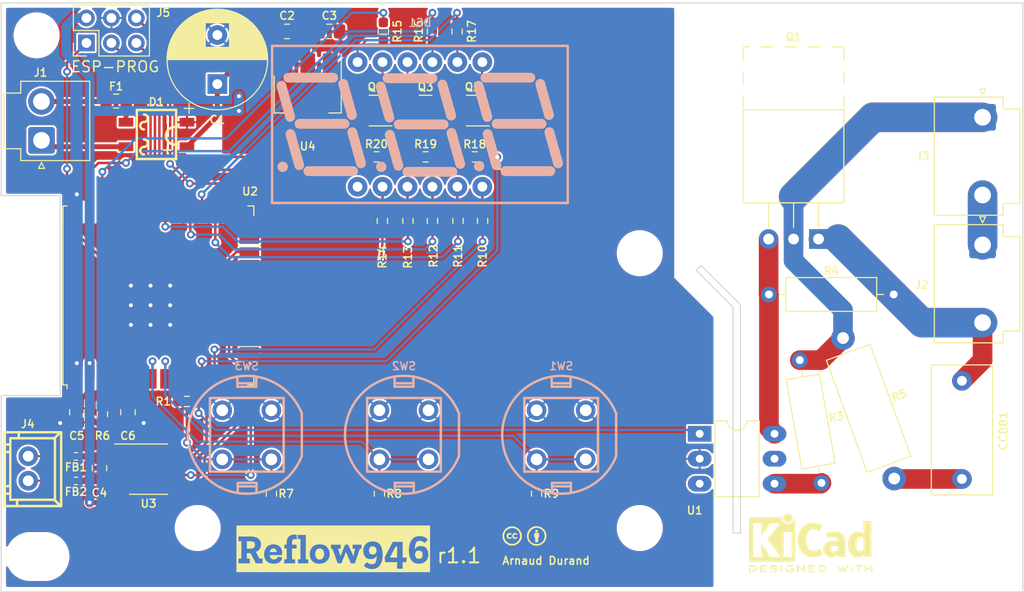
<source format=kicad_pcb>
(kicad_pcb (version 20211014) (generator pcbnew)
  (layers (0 "F.Cu" signal) (31 "B.Cu" signal) (34 "B.Paste" user) (35 "F.Paste" user) (36 "B.SilkS" user "B.Silkscreen") (37 "F.SilkS" user "F.Silkscreen") (38 "B.Mask" user) (39 "F.Mask" user) (44 "Edge.Cuts" user))
  (net 0 "")
  (net 1 "Net-(C1-Pad1)")
  (net 2 "Net-(C4-Pad1)")
  (net 3 "Net-(C4-Pad2)")
  (net 4 "/ENABLE")
  (net 5 "Net-(CCBB1-Pad1)")
  (net 6 "Net-(CCBB1-Pad2)")
  (net 7 "Net-(D1-Pad2)")
  (net 8 "Net-(DS1-Pad1)")
  (net 9 "Net-(DS1-Pad2)")
  (net 12 "Net-(DS1-Pad3)")
  (net 13 "Net-(DS1-Pad4)")
  (net 14 "GND")
  (net 15 "Net-(DS1-Pad5)")
  (net 16 "+3.3V")
  (net 17 "Net-(DS1-Pad7)")
  (net 18 "Net-(DS1-Pad8)")
  (net 19 "Net-(DS1-Pad9)")
  (net 20 "Net-(D1-Pad1)")
  (net 21 "Net-(FB1-Pad2)")
  (net 22 "Net-(DS1-Pad10)")
  (net 23 "Net-(DS1-Pad11)")
  (net 24 "Net-(DS1-Pad12)")
  (net 25 "Net-(R1-Pad2)")
  (net 26 "Net-(F1-Pad1)")
  (net 28 "Net-(J3-Pad1)")
  (net 29 "/TX")
  (net 30 "/RX")
  (net 31 "/IO0")
  (net 35 "Net-(Q2-Pad1)")
  (net 36 "Net-(Q3-Pad1)")
  (net 37 "Net-(Q4-Pad1)")
  (net 38 "/firingpulse")
  (net 39 "/d2")
  (net 40 "/button3")
  (net 41 "/button2")
  (net 42 "/button1")
  (net 43 "/e")
  (net 50 "/d")
  (net 52 "/dp")
  (net 54 "/c")
  (net 55 "/g")
  (net 56 "/b")
  (net 57 "/f")
  (net 58 "/a")
  (net 60 "/d3")
  (net 61 "/d1")
  (net 62 "/MISO")
  (net 63 "/CLK")
  (net 64 "/CS")
  (net 65 "Net-(FB2-Pad2)")
  (net 66 "Net-(J2-Pad1)")
  (net 67 "Net-(Q1-Pad3)")
  (net 68 "Net-(R3-Pad1)")
  (footprint "kibuzzard-632CED8E" (layer "F.Cu") (at 133.8 125.61488)
    (fp_text reference "kibuzzard-632CED8E" hide)
    (fp_text value "G***" hide)
  )
  (footprint "Connector_PinHeader_2.54mm:PinHeader_2x03_P2.54mm_Vertical" (layer "F.Cu") (at 108.675 74.075 90)
    (fp_text reference "J5")
    (fp_text value "HDR-M-2.54_2x3" hide)
  )
  (footprint "reflow946:MB-F" (layer "F.Cu") (at 115.8 83.4)
    (fp_text reference "D1")
    (fp_text value "MB6F" hide)
  )
  (footprint "RF_Module:ESP32-WROOM-32U" (layer "F.Cu") (at 116 99.8 90)
    (fp_text reference "U2")
    (fp_text value "ESP32-WROOM-32U" hide)
  )
  (footprint "reflow946:MountingHole_4.5x6mm" (layer "F.Cu") (at 103.7 126.4)
    (fp_text reference "REF**" hide)
    (fp_text value "MountingHole_4.5x6mm" hide)
  )
  (footprint "Resistor_SMD:R_0603_1608Metric_Pad0.98x0.95mm_HandSolder" (layer "F.Cu") (at 143.9 92.2 90)
    (fp_text reference "R12")
    (fp_text value "220R" hide)
  )
  (footprint "Capacitor_SMD:C_0805_2012Metric_Pad1.18x1.45mm_HandSolder" (layer "F.Cu") (at 112.9 111.7 90)
    (fp_text reference "C6")
    (fp_text value "0.01u" hide)
  )
  (footprint "Capacitor_SMD:C_0805_2012Metric_Pad1.18x1.45mm_HandSolder" (layer "F.Cu") (at 133.4 72.9)
    (fp_text reference "C3")
    (fp_text value "10u" hide)
  )
  (footprint "Resistor_SMD:R_0603_1608Metric_Pad0.98x0.95mm_HandSolder" (layer "F.Cu") (at 154.5 120 -90)
    (fp_text reference "R9")
    (fp_text value "10k" hide)
  )
  (footprint "Capacitor_SMD:C_0805_2012Metric_Pad1.18x1.45mm_HandSolder" (layer "F.Cu") (at 107.7 111.7 90)
    (fp_text reference "C5")
    (fp_text value "10u" hide)
  )
  (footprint "reflow946:MountingHole_4.2mm" (layer "F.Cu") (at 165 95.5)
    (fp_text reference "REF**" hide)
    (fp_text value "MountingHole_4.2mm" hide)
  )
  (footprint "Resistor_SMD:R_0402_1005Metric_Pad0.72x0.64mm_HandSolder" (layer "F.Cu") (at 107.6 118.7 180)
    (fp_text reference "FB2")
    (fp_text value "FerriteBead" hide)
  )
  (footprint "Resistor_SMD:R_0402_1005Metric_Pad0.72x0.64mm_HandSolder" (layer "F.Cu") (at 107.6 116.2 180)
    (fp_text reference "FB1")
    (fp_text value "FerriteBead" hide)
  )
  (footprint "Resistor_SMD:R_0603_1608Metric_Pad0.98x0.95mm_HandSolder" (layer "F.Cu") (at 118.9 110.6)
    (fp_text reference "R1")
    (fp_text value "220R" hide)
  )
  (footprint "Resistor_SMD:R_0603_1608Metric_Pad0.98x0.95mm_HandSolder" (layer "F.Cu") (at 146.4 72.9 -90)
    (fp_text reference "R17")
    (fp_text value "220R" hide)
  )
  (footprint "Symbol:KiCad-Logo2_5mm_SilkScreen" (layer "F.Cu") (at 182.4 125)
    (fp_text reference "REF**" hide)
    (fp_text value "KiCad-Logo2_5mm_SilkScreen" hide)
  )
  (footprint "reflow946:CONN-TH_XH-2A" (layer "F.Cu") (at 102.75 117.43 -90)
    (fp_text reference "J4")
    (fp_text value "XH-A2" hide)
  )
  (footprint "Resistor_SMD:R_0603_1608Metric_Pad0.98x0.95mm_HandSolder" (layer "F.Cu") (at 143.9 72.9 -90)
    (fp_text reference "R16")
    (fp_text value "220R" hide)
  )
  (footprint "Capacitor_THT:CP_Radial_D10.0mm_P5.00mm" (layer "F.Cu") (at 122 78.267677 90)
    (fp_text reference "C1")
    (fp_text value "1000u" hide)
  )
  (footprint "Resistor_SMD:R_0603_1608Metric_Pad0.98x0.95mm_HandSolder" (layer "F.Cu") (at 141.4 92.2 90)
    (fp_text reference "R13")
    (fp_text value "220R" hide)
  )
  (footprint "Connector_JST:JST_VH_B2P3-VH_1x02_P7.92mm_Vertical" (layer "F.Cu") (at 199.9 94.65 -90)
    (fp_text reference "J2")
    (fp_text value "VH-3A2" hide)
  )
  (footprint "Package_TO_SOT_SMD:SOT-223-3_TabPin2" (layer "F.Cu") (at 131.2 79.3 -90)
    (fp_text reference "U4")
    (fp_text value "AMS1117-3.3" hide)
  )
  (footprint "Connector_JST:JST_VH_B2P3-VH_1x02_P7.92mm_Vertical" (layer "F.Cu") (at 199.9 81.65 -90)
    (fp_text reference "J3")
    (fp_text value "VH-3A2" hide)
  )
  (footprint "Resistor_THT:R_Axial_DIN0414_L11.9mm_D4.5mm_P15.24mm_Horizontal" (layer "F.Cu") (at 190.906194 118.460458 110)
    (fp_text reference "R5")
    (fp_text value "100R" hide)
  )
  (footprint "Capacitor_SMD:C_0805_2012Metric_Pad1.18x1.45mm_HandSolder" (layer "F.Cu") (at 129.1 72.9 180)
    (fp_text reference "C2")
    (fp_text value "10u" hide)
  )
  (footprint "Capacitor_SMD:C_0805_2012Metric_Pad1.18x1.45mm_HandSolder" (layer "F.Cu") (at 110 117.4 90)
    (fp_text reference "C4")
    (fp_text value "0.01u" hide)
  )
  (footprint "Package_TO_SOT_SMD:SOT-23" (layer "F.Cu") (at 143.2 80.968344 180)
    (fp_text reference "Q3")
    (fp_text value "MMBT3906" hide)
  )
  (footprint "reflow946:MountingHole_4.2mm" (layer "F.Cu") (at 120 123.5)
    (fp_text reference "REF**" hide)
    (fp_text value "MountingHole_4.2mm" hide)
  )
  (footprint "Resistor_SMD:R_0603_1608Metric_Pad0.98x0.95mm_HandSolder" (layer "F.Cu") (at 148.2 85.683858 180)
    (fp_text reference "R18")
    (fp_text value "1k" hide)
  )
  (footprint "Package_DIP:DIP-6_W7.62mm_LongPads" (layer "F.Cu") (at 171.1 113.9)
    (fp_text reference "U1")
    (fp_text value "MOC3041M" hide)
  )
  (footprint "Resistor_THT:R_Axial_DIN0309_L9.0mm_D3.2mm_P12.70mm_Horizontal" (layer "F.Cu") (at 178.15 99.7)
    (fp_text reference "R4")
    (fp_text value "330R" hide)
  )
  (footprint "Resistor_SMD:R_0603_1608Metric_Pad0.98x0.95mm_HandSolder" (layer "F.Cu") (at 143.2 85.683858)
    (fp_text reference "R19")
    (fp_text value "1k" hide)
  )
  (footprint "Resistor_SMD:R_0603_1608Metric_Pad0.98x0.95mm_HandSolder" (layer "F.Cu") (at 138.9 72.9 -90)
    (fp_text reference "R15")
    (fp_text value "220R" hide)
  )
  (footprint "Package_TO_SOT_SMD:SOT-23" (layer "F.Cu") (at 138.1 80.968344 180)
    (fp_text reference "Q4")
    (fp_text value "MMBT3906" hide)
  )
  (footprint "reflow946:MountingHole_4.2mm" (layer "F.Cu") (at 194.6 73.3)
    (fp_text reference "REF**" hide)
    (fp_text value "MountingHole_4.2mm" hide)
  )
  (footprint "Resistor_SMD:R_0603_1608Metric_Pad0.98x0.95mm_HandSolder" (layer "F.Cu") (at 138.8 92.2 90)
    (fp_text reference "R14")
    (fp_text value "220R" hide)
  )
  (footprint "Connector_JST:JST_VH_B2P-VH_1x02_P3.96mm_Vertical" (layer "F.Cu") (at 104.1 84 90)
    (fp_text reference "J1")
    (fp_text value "VH-2A" hide)
  )
  (footprint "reflow946:MountingHole_4.5x6mm" (layer "F.Cu") (at 194.6 126.4)
    (fp_text reference "REF**" hide)
    (fp_text value "MountingHole_4.5x6mm" hide)
  )
  (footprint "Resistor_THT:R_Axial_DIN0309_L9.0mm_D3.2mm_P12.70mm_Horizontal" (layer "F.Cu") (at 183.5 118.9 100)
    (fp_text reference "R3")
    (fp_text value "30R" hide)
  )
  (footprint "Package_TO_SOT_SMD:SOT-23" (layer "F.Cu") (at 148 80.968344 180)
    (fp_text reference "Q2")
    (fp_text value "MMBT3906" hide)
  )
  (footprint "reflow946:MountingHole_4.2mm" (layer "F.Cu") (at 165 123.5)
    (fp_text reference "REF**" hide)
    (fp_text value "MountingHole_4.2mm" hide)
  )
  (footprint "Fuse:Fuse_0805_2012Metric_Pad1.15x1.40mm_HandSolder" (layer "F.Cu") (at 111.7 80)
    (fp_text reference "F1")
    (fp_text value "SMD0805-020-16V" hide)
  )
  (footprint "Resistor_SMD:R_0603_1608Metric_Pad0.98x0.95mm_HandSolder" (layer "F.Cu") (at 127.5 120 -90)
    (fp_text reference "R7")
    (fp_text value "10k" hide)
  )
  (footprint "Resistor_SMD:R_0603_1608Metric_Pad0.98x0.95mm_HandSolder" (layer "F.Cu") (at 138.2 85.683858)
    (fp_text reference "R20")
    (fp_text value "1k" hide)
  )
  (footprint "Package_TO_SOT_THT:TO-220-3_Horizontal_TabUp" (layer "F.Cu") (at 183.2 94.055 180)
    (fp_text reference "Q1")
    (fp_text value "BTA16-600BRG" hide)
  )
  (footprint "Package_SO:SOIC-8_3.9x4.9mm_P1.27mm" (layer "F.Cu") (at 115 117.5)
    (fp_text reference "U3")
    (fp_text value "MAX31855KASA" hide)
  )
  (footprint "Resistor_SMD:R_0603_1608Metric_Pad0.98x0.95mm_HandSolder" (layer "F.Cu") (at 146.5 92.2 90)
    (fp_text reference "R11")
    (fp_text value "220R" hide)
  )
  (footprint "Resistor_SMD:R_0603_1608Metric_Pad0.98x0.95mm_HandSolder" (layer "F.Cu") (at 138.5 120 -90)
    (fp_text reference "R8")
    (fp_text value "10k" hide)
  )
  (footprint "Resistor_SMD:R_0603_1608Metric_Pad0.98x0.95mm_HandSolder" (layer "F.Cu") (at 149 92.2 90)
    (fp_text reference "R10")
    (fp_text value "220R" hide)
  )
  (footprint "reflow946:MountingHole_4.2mm" (layer "F.Cu") (at 103.6 73.3)
    (fp_text reference "REF**" hide)
    (fp_text value "MountingHole_4.2mm" hide)
  )
  (footprint "Resistor_SMD:R_0603_1608Metric_Pad0.98x0.95mm_HandSolder" (layer "F.Cu") (at 110.3 111.9 -90)
    (fp_text reference "R6")
    (fp_text value "10k" hide)
  )
  (footprint "Capacitor_THT:C_Rect_L13.0mm_W6.0mm_P10.00mm_FKS3_FKP3_MKS4" (layer "F.Cu") (at 197.8 118.5 90)
    (fp_text reference "CCBB1")
    (fp_text value "100n" hide)
  )
  (footprint "reflow946:FJ4301BH" (layer "B.Cu") (at 142.625 82.37513 180)
    (fp_text reference "DS1")
    (fp_text value "FJ4301BH" hide)
  )
  (footprint "reflow946:SW-TH_D6C10F1LFS" (layer "B.Cu") (at 125 114 180)
    (fp_text reference "SW3")
    (fp_text value "SW_Push" hide)
  )
  (footprint "reflow946:SW-TH_D6C10F1LFS" (layer "B.Cu") (at 141 114 180)
    (fp_text reference "SW2")
    (fp_text value "SW_Push" hide)
  )
  (footprint "reflow946:SW-TH_D6C10F1LFS" (layer "B.Cu") (at 157 114 180)
    (fp_text reference "SW1")
    (fp_text value "SW_Push" hide)
  )
  (gr_poly (pts (xy 151.7124 124.00432) (xy 151.6616 124.01093) (xy 151.61283 124.02566) (xy 151.56863 124.04801) (xy 151.53155 124.07747) (xy 151.50158 124.11253) (xy 151.4777 124.15215) (xy 151.46094 124.19533) (xy 151.45027 124.24054) (xy 151.44621 124.28728) (xy 151.44875 124.33452) (xy 151.45687 124.38126) (xy 151.4711 124.42647) (xy 151.49142 124.46914) (xy 151.51733 124.50775) (xy 151.54933 124.54179) (xy 151.58641 124.57023) (xy 151.62959 124.59157) (xy 151.67735 124.60529) (xy 151.74593 124.60935) (xy 151.81349 124.59868) (xy 151.87496 124.57633) (xy 151.92576 124.54636) (xy 151.96132 124.51232) (xy 151.97656 124.47778) (xy 151.96691 124.44527) (xy 151.92779 124.41987) (xy 151.90493 124.41631) (xy 151.87902 124.42037) (xy 151.85362 124.43104) (xy 151.79419 124.47676) (xy 151.7571 124.48895) (xy 151.72307 124.48641) (xy 151.69259 124.47016) (xy 151.66719 124.4412) (xy 151.6489 124.40056) (xy 151.63874 124.34976) (xy 151.63874 124.28982) (xy 151.66211 124.20701) (xy 151.70884 124.15672) (xy 151.76828 124.14453) (xy 151.82873 124.17806) (xy 151.84651 124.19025) (xy 151.86785 124.19431) (xy 151.89172 124.19076) (xy 151.91915 124.17958) (xy 151.95116 124.15621) (xy 151.96691 124.13234) (xy 151.96741 124.10745) (xy 151.95471 124.08357) (xy 151.93135 124.06071) (xy 151.89833 124.0409) (xy 151.85819 124.02413) (xy 151.81247 124.01194) (xy 151.76371 124.00483)) (layer "F.SilkS") (width 0) (fill solid))
  (gr_poly (pts (xy 154.4937 123.30684) (xy 154.43883 123.30785) (xy 154.38397 123.31192) (xy 154.32911 123.31903) (xy 154.27526 123.33021) (xy 154.21989 123.34494) (xy 154.16604 123.36272) (xy 154.11422 123.38253) (xy 154.06444 123.40539) (xy 154.01618 123.43079) (xy 153.97046 123.45822) (xy 153.92626 123.48819) (xy 153.84447 123.55423) (xy 153.77081 123.62789) (xy 153.73729 123.66752) (xy 153.67683 123.75083) (xy 153.64991 123.79452) (xy 153.60317 123.88596) (xy 153.56558 123.98146) (xy 153.53815 124.08001) (xy 153.52748 124.13031) (xy 153.51986 124.1806) (xy 153.51224 124.28321) (xy 153.51349 124.35992) (xy 153.6875 124.35992) (xy 153.69004 124.27559) (xy 153.7002 124.19127) (xy 153.70833 124.1491) (xy 153.73119 124.06681) (xy 153.76218 123.98603) (xy 153.80129 123.90831) (xy 153.84905 123.83414) (xy 153.90442 123.76455) (xy 153.96843 123.70003) (xy 154.04107 123.6411) (xy 154.08019 123.61418) (xy 154.12133 123.58929) (xy 154.16502 123.56592) (xy 154.21074 123.54458) (xy 154.30777 123.50851) (xy 154.35959 123.49378) (xy 154.46931 123.47143) (xy 154.52265 123.47753) (xy 154.6334 123.49429) (xy 154.735 123.51664) (xy 154.78275 123.53087) (xy 154.82847 123.54763) (xy 154.91331 123.58776) (xy 154.99001 123.63551) (xy 155.05809 123.68987) (xy 155.11854 123.75083) (xy 155.14597 123.78334) (xy 155.19372 123.85192) (xy 155.21506 123.88799) (xy 155.25113 123.96317) (xy 155.27957 124.04141) (xy 155.29989 124.12218) (xy 155.30751 124.16282) (xy 155.31615 124.24562) (xy 155.31717 124.32893) (xy 155.31056 124.41225) (xy 155.29634 124.49454) (xy 155.275 124.57481) (xy 155.24554 124.65253) (xy 155.20896 124.72721) (xy 155.16527 124.79782) (xy 155.14089 124.83135) (xy 155.08603 124.89434) (xy 155.05605 124.9238) (xy 154.99052 124.97765) (xy 154.91788 125.02439) (xy 154.83812 125.0635) (xy 154.79545 125.07976) (xy 154.70553 125.10516) (xy 154.65778 125.11481) (xy 154.60851 125.12141) (xy 154.55771 125.12548) (xy 154.50487 125.127) (xy 154.44849 125.12548) (xy 154.39413 125.12141) (xy 154.29151 125.10516) (xy 154.19703 125.07874) (xy 154.15283 125.06249) (xy 154.11067 125.04369) (xy 154.03193 125) (xy 153.99586 124.97562) (xy 153.92931 124.92075) (xy 153.89883 124.89129) (xy 153.84447 124.82728) (xy 153.79825 124.75769) (xy 153.75964 124.68403) (xy 153.72967 124.60681) (xy 153.70731 124.52655) (xy 153.69919 124.4854) (xy 153.68953 124.40209) (xy 153.6875 124.35992) (xy 153.51349 124.35992) (xy 153.51986 124.43765) (xy 153.52799 124.48895) (xy 153.53866 124.53975) (xy 153.55187 124.59005) (xy 153.56812 124.64034) (xy 153.58692 124.68961) (xy 153.60876 124.73838) (xy 153.63365 124.78613) (xy 153.66109 124.83287) (xy 153.69157 124.87859) (xy 153.72509 124.92279) (xy 153.76167 124.96597) (xy 153.80129 125.00813) (xy 153.84143 125.04623) (xy 153.92423 125.11481) (xy 153.96639 125.14478) (xy 154.05275 125.1966) (xy 154.14064 125.23775) (xy 154.18534 125.25502) (xy 154.27526 125.28143) (xy 154.36568 125.2982) (xy 154.4556 125.30582) (xy 154.54551 125.3048) (xy 154.63441 125.29566) (xy 154.72179 125.27788) (xy 154.80713 125.25299) (xy 154.88994 125.22047) (xy 154.96919 125.18085) (xy 155.04539 125.13462) (xy 155.11752 125.0823) (xy 155.18509 125.02439) (xy 155.24757 124.96089) (xy 155.30447 124.8918) (xy 155.35527 124.81865) (xy 155.39946 124.74092) (xy 155.43655 124.65913) (xy 155.46601 124.57328) (xy 155.4782 124.52959) (xy 155.48785 124.48489) (xy 155.50055 124.39294) (xy 155.5036 124.34621) (xy 155.50208 124.2507) (xy 155.49141 124.15367) (xy 155.46957 124.05461) (xy 155.43756 123.95454) (xy 155.41724 123.90425) (xy 155.39387 123.85345) (xy 155.36797 123.80569) (xy 155.33952 123.75896) (xy 155.30802 123.71476) (xy 155.27399 123.67209) (xy 155.23741 123.63094) (xy 155.19829 123.59233) (xy 155.15715 123.55576) (xy 155.06875 123.48921) (xy 155.02202 123.45975) (xy 154.97325 123.43231) (xy 154.92347 123.40742) (xy 154.87216 123.38507) (xy 154.82034 123.36526) (xy 154.767 123.34799) (xy 154.71315 123.33376) (xy 154.6588 123.32259) (xy 154.54907 123.30887)) (layer "F.SilkS") (width 0) (fill solid))
  (gr_poly (pts (xy 151.97707 123.32411) (xy 151.92271 123.32614) (xy 151.86785 123.33122) (xy 151.81197 123.33935) (xy 151.75405 123.35154) (xy 151.69767 123.3678) (xy 151.64229 123.38863) (xy 151.58794 123.41352) (xy 151.53511 123.44197) (xy 151.4838 123.47397) (xy 151.43452 123.50902) (xy 151.38677 123.54763) (xy 151.34156 123.58878) (xy 151.29838 123.63297) (xy 151.25774 123.67971) (xy 151.21964 123.72848) (xy 151.18408 123.77928) (xy 151.15157 123.8316) (xy 151.1221 123.88596) (xy 151.09569 123.94133) (xy 151.07333 123.99823) (xy 151.05403 124.05563) (xy 151.03828 124.11405) (xy 151.0266 124.17298) (xy 151.01898 124.23191) (xy 151.01581 124.31369) (xy 151.20287 124.31369) (xy 151.20338 124.26391) (xy 151.20694 124.21362) (xy 151.21405 124.16333) (xy 151.22472 124.11303) (xy 151.23894 124.06274) (xy 151.25672 124.01296) (xy 151.27857 123.96368) (xy 151.30397 123.91491) (xy 151.33394 123.86716) (xy 151.36747 123.81992) (xy 151.40353 123.77623) (xy 151.44265 123.73508) (xy 151.48431 123.69749) (xy 151.52901 123.66295) (xy 151.57524 123.63145) (xy 151.62401 123.60351) (xy 151.6743 123.57862) (xy 151.72611 123.55728) (xy 151.77945 123.5395) (xy 151.8333 123.52477) (xy 151.88817 123.5141) (xy 151.94354 123.50648) (xy 151.99942 123.50293) (xy 152.05479 123.50293) (xy 152.11016 123.50699) (xy 152.16553 123.51461) (xy 152.21938 123.52629) (xy 152.27272 123.54204) (xy 152.32505 123.56135) (xy 152.37585 123.58522) (xy 152.42614 123.61316) (xy 152.47389 123.64466) (xy 152.51809 123.67768) (xy 152.55923 123.71375) (xy 152.59733 123.75185) (xy 152.63188 123.79147) (xy 152.66337 123.83363) (xy 152.69233 123.87681) (xy 152.71722 123.92152) (xy 152.73957 123.96775) (xy 152.75888 124.01499) (xy 152.77463 124.06325) (xy 152.78783 124.11253) (xy 152.8046 124.21209) (xy 152.80917 124.31319) (xy 152.80663 124.36399) (xy 152.80155 124.41428) (xy 152.79291 124.46406) (xy 152.78174 124.51334) (xy 152.76751 124.56211) (xy 152.75075 124.60935) (xy 152.73043 124.65609) (xy 152.70757 124.70181) (xy 152.68166 124.74549) (xy 152.65271 124.78817) (xy 152.6207 124.82881) (xy 152.58616 124.86741) (xy 152.54857 124.90399) (xy 152.50843 124.93853) (xy 152.46525 124.97054) (xy 152.41903 125) (xy 152.37026 125.02642) (xy 152.31895 125.05029) (xy 152.26459 125.07112) (xy 152.20922 125.08789) (xy 152.15436 125.10059) (xy 152.1 125.10922) (xy 152.04666 125.11379) (xy 151.99383 125.11532) (xy 151.94201 125.11278) (xy 151.89071 125.10668) (xy 151.84092 125.09754) (xy 151.79215 125.08484) (xy 151.74491 125.0696) (xy 151.69868 125.05131) (xy 151.65398 125.02997) (xy 151.6108 125.00559) (xy 151.56965 124.97917) (xy 151.52952 124.95022) (xy 151.49193 124.91923) (xy 151.42131 124.85014) (xy 151.35985 124.77394) (xy 151.30701 124.69063) (xy 151.26434 124.60224) (xy 151.24707 124.55601) (xy 151.23234 124.50927) (xy 151.22015 124.46101) (xy 151.21151 124.41275) (xy 151.20541 124.36348) (xy 151.20287 124.31369) (xy 151.01581 124.31369) (xy 151.01644 124.35027) (xy 151.02203 124.40869) (xy 151.03066 124.46406) (xy 151.04184 124.51842) (xy 151.05555 124.57074) (xy 151.0901 124.67082) (xy 151.11042 124.71806) (xy 151.13328 124.76429) (xy 151.18459 124.85065) (xy 151.24351 124.93041) (xy 151.27552 124.96749) (xy 151.34461 125.03607) (xy 151.41928 125.09703) (xy 151.49904 125.14986) (xy 151.58286 125.19457) (xy 151.67074 125.23114) (xy 151.71595 125.24638) (xy 151.8079 125.26975) (xy 151.90239 125.28397) (xy 151.99789 125.28956) (xy 152.09441 125.28499) (xy 152.19093 125.27127) (xy 152.23919 125.26061) (xy 152.28695 125.2474) (xy 152.38143 125.21336) (xy 152.47389 125.16866) (xy 152.56381 125.11329) (xy 152.60749 125.08179) (xy 152.65067 125.04725) (xy 152.69233 125.01016) (xy 152.73195 124.97105) (xy 152.76853 124.93091) (xy 152.80257 124.88977) (xy 152.83355 124.84811) (xy 152.862 124.80544) (xy 152.8874 124.76226) (xy 152.91026 124.71806) (xy 152.94785 124.62865) (xy 152.97529 124.53721) (xy 152.99256 124.44476) (xy 153.00018 124.3523) (xy 152.99865 124.25985) (xy 152.99459 124.21362) (xy 152.97986 124.12269) (xy 152.95649 124.03379) (xy 152.92449 123.94692) (xy 152.9062 123.90475) (xy 152.86302 123.82297) (xy 152.81222 123.74524) (xy 152.75481 123.67158) (xy 152.69081 123.60351) (xy 152.62019 123.54153) (xy 152.54349 123.48616) (xy 152.4617 123.43739) (xy 152.37381 123.39675) (xy 152.3286 123.37948) (xy 152.28136 123.36424) (xy 152.18433 123.34087) (xy 152.13404 123.33275) (xy 152.08273 123.32716) (xy 152.03041 123.32411)) (layer "F.SilkS") (width 0) (fill solid))
  (gr_poly (pts (xy 152.29965 124.00585) (xy 152.25088 124.00788) (xy 152.20516 124.01702) (xy 152.16452 124.03328) (xy 152.1188 124.06477) (xy 152.08222 124.10541) (xy 152.05479 124.15317) (xy 152.03549 124.20651) (xy 152.02533 124.2634) (xy 152.02329 124.32182) (xy 152.0299 124.37923) (xy 152.04514 124.4346) (xy 152.06851 124.4854) (xy 152.1 124.52959) (xy 152.13963 124.56566) (xy 152.18738 124.59106) (xy 152.23259 124.60325) (xy 152.28136 124.60783) (xy 152.33165 124.60579) (xy 152.38093 124.59767) (xy 152.42817 124.58497) (xy 152.47084 124.56871) (xy 152.50691 124.5489) (xy 152.53434 124.52705) (xy 152.55161 124.50419) (xy 152.55619 124.48133) (xy 152.54653 124.45898) (xy 152.52012 124.43815) (xy 152.49116 124.42647) (xy 152.4617 124.42495) (xy 152.43122 124.43307) (xy 152.34994 124.47371) (xy 152.30676 124.47829) (xy 152.26866 124.4666) (xy 152.23716 124.44019) (xy 152.21379 124.40209) (xy 152.20059 124.35281) (xy 152.19805 124.29439) (xy 152.20821 124.22886) (xy 152.24681 124.17653) (xy 152.31336 124.14859) (xy 152.38042 124.15012) (xy 152.42106 124.18619) (xy 152.4302 124.20092) (xy 152.44646 124.20549) (xy 152.47084 124.19939) (xy 152.50539 124.18314) (xy 152.54603 124.15977) (xy 152.56076 124.14148) (xy 152.55111 124.11913) (xy 152.51758 124.08408) (xy 152.48456 124.05715) (xy 152.44392 124.03582) (xy 152.3982 124.02007) (xy 152.34943 124.00991)) (layer "F.SilkS") (width 0) (fill solid))
  (gr_poly (pts (xy 154.50487 123.98705) (xy 154.43121 123.98857) (xy 154.36517 123.99416) (xy 154.31387 124.0028) (xy 154.28593 124.0155) (xy 154.26916 124.04953) (xy 154.25849 124.10745) (xy 154.25341 124.18009) (xy 154.25443 124.25934) (xy 154.26002 124.33655) (xy 154.27069 124.40412) (xy 154.28542 124.45238) (xy 154.30472 124.47422) (xy 154.33012 124.48743) (xy 154.34435 124.52096) (xy 154.35044 124.59259) (xy 154.35197 124.95174) (xy 154.65778 124.95174) (xy 154.6588 124.59259) (xy 154.66489 124.52096) (xy 154.67912 124.48743) (xy 154.70452 124.47422) (xy 154.72382 124.45238) (xy 154.73906 124.40412) (xy 154.74922 124.33655) (xy 154.75532 124.25934) (xy 154.75583 124.18009) (xy 154.75075 124.10745) (xy 154.74059 124.04953) (xy 154.72331 124.0155) (xy 154.69537 124.0028) (xy 154.64457 123.99416) (xy 154.57853 123.98857)) (layer "F.SilkS") (width 0) (fill solid))
  (gr_poly (pts (xy 154.48913 123.6665) (xy 154.4429 123.68225) (xy 154.40175 123.71832) (xy 154.36771 123.76709) (xy 154.35451 123.80569) (xy 154.36213 123.84329) (xy 154.38905 123.88901) (xy 154.44442 123.93168) (xy 154.51453 123.93981) (xy 154.58209 123.91542) (xy 154.63086 123.86056) (xy 154.64508 123.80773) (xy 154.63797 123.75947) (xy 154.61511 123.71832) (xy 154.57955 123.68733) (xy 154.53637 123.66904)) (layer "F.SilkS") (width 0) (fill solid))
  (gr_line (start 174.50074 101.0007) (end 174.50074 124.00039) (layer "Edge.Cuts") (width 0.1))
  (gr_line (start 100 129.99987) (end 100 109.99999) (layer "Edge.Cuts") (width 0.1))
  (gr_line (start 174.50074 124.00039) (end 175.25004 124.00039) (layer "Edge.Cuts") (width 0.1))
  (gr_line (start 171.24954 96.74873) (end 170.74915 97.24912) (layer "Edge.Cuts") (width 0.1))
  (gr_line (start 100 109.99999) (end 105.99998 109.99999) (layer "Edge.Cuts") (width 0.1))
  (gr_line (start 100 89.625) (end 100 70) (layer "Edge.Cuts") (width 0.1))
  (gr_line (start 204.00029 129.99987) (end 100 129.99987) (layer "Edge.Cuts") (width 0.1))
  (gr_line (start 105.99998 109.99999) (end 105.99998 89.625) (layer "Edge.Cuts") (width 0.1))
  (gr_line (start 204.00029 70) (end 204.00029 129.99987) (layer "Edge.Cuts") (width 0.1))
  (gr_line (start 100 70) (end 204.00029 70) (layer "Edge.Cuts") (width 0.1))
  (gr_line (start 175.25004 124.00039) (end 175.25004 100.74923) (layer "Edge.Cuts") (width 0.1))
  (gr_line (start 105.99998 89.625) (end 100 89.625) (layer "Edge.Cuts") (width 0.1))
  (gr_line (start 170.74915 97.24912) (end 174.50074 101.0007) (layer "Edge.Cuts") (width 0.1))
  (gr_line (start 175.25004 100.74923) (end 171.24954 96.74873) (layer "Edge.Cuts") (width 0.1))
  (gr_text "Arnaud Durand" (at 150.92509 126.82279) (layer "F.SilkS") (effects (font (size 0.8 0.8)) (justify left)))
  (gr_text "ESP-PROG" (at 111.6 76.5) (layer "F.SilkS") (effects (font (size 1.1 1.1))))
  (gr_text "r1.1" (at 146.6 126.31618) (layer "F.SilkS") (effects (font (size 1.5 1.5) (thickness 0.2))))
  (segment (start 124.117677 76.15) (end 122 78.267677) (width 0.5) (layer "F.Cu") (net 1))
  (segment (start 122 81.55) (end 118.9 84.65) (width 0.5) (layer "F.Cu") (net 1))
  (segment (start 128.9 74.1375) (end 130.1375 72.9) (width 0.5) (layer "F.Cu") (net 1))
  (segment (start 128.9 76.15) (end 124.117677 76.15) (width 0.5) (layer "F.Cu") (net 1))
  (segment (start 122 78.267677) (end 122 81.55) (width 0.5) (layer "F.Cu") (net 1))
  (segment (start 128.9 76.15) (end 128.9 74.1375) (width 0.5) (layer "F.Cu") (net 1))
  (segment (start 112.525 118.135) (end 110.3025 118.135) (width 0.2) (layer "F.Cu") (net 2))
  (segment (start 110.3025 118.135) (end 110 118.4375) (width 0.2) (layer "F.Cu") (net 2))
  (segment (start 110 118.4375) (end 108.46 118.4375) (width 0.2) (layer "F.Cu") (net 2))
  (segment (start 108.46 118.4375) (end 108.1975 118.7) (width 0.2) (layer "F.Cu") (net 2))
  (segment (start 112.525 116.865) (end 110.5025 116.865) (width 0.2) (layer "F.Cu") (net 3))
  (segment (start 110.5025 116.865) (end 110 116.3625) (width 0.2) (layer "F.Cu") (net 3))
  (segment (start 110 116.3625) (end 108.36 116.3625) (width 0.2) (layer "F.Cu") (net 3))
  (segment (start 108.36 116.3625) (end 108.1975 116.2) (width 0.2) (layer "F.Cu") (net 3))
  (segment (start 106.7 77) (end 106.7 76.05) (width 0.25) (layer "F.Cu") (net 4))
  (segment (start 110.3 96.1) (end 106.7 92.5) (width 0.25) (layer "F.Cu") (net 4))
  (segment (start 110.3 110.9875) (end 110.3 96.1) (width 0.25) (layer "F.Cu") (net 4))
  (segment (start 106.7 76.05) (end 108.675 74.075) (width 0.25) (layer "F.Cu") (net 4))
  (segment (start 110.625 110.6625) (end 110.3 110.9875) (width 0.25) (layer "F.Cu") (net 4))
  (segment (start 112.9 110.6625) (end 110.625 110.6625) (width 0.25) (layer "F.Cu") (net 4))
  (segment (start 106.7 92.5) (end 106.7 86.9) (width 0.25) (layer "F.Cu") (net 4))
  (via (at 106.7 77) (size 0.8) (drill 0.4) (layers "F.Cu" "B.Cu") (net 4))
  (via (at 106.7 86.9) (size 0.8) (drill 0.4) (layers "F.Cu" "B.Cu") (net 4))
  (segment (start 106.7 86.9) (end 106.7 77) (width 0.25) (layer "B.Cu") (net 4))
  (segment (start 190.945736 118.5) (end 190.906194 118.460458) (width 2) (layer "F.Cu") (net 5))
  (segment (start 197.8 118.5) (end 190.945736 118.5) (width 2) (layer "F.Cu") (net 5))
  (segment (start 183.2 94.055) (end 185.205 94.055) (width 2) (layer "F.Cu") (net 6))
  (segment (start 199.9 102.57) (end 193.72 102.57) (width 3) (layer "F.Cu") (net 6))
  (segment (start 193.72 102.57) (end 190.85 99.7) (width 3) (layer "F.Cu") (net 6))
  (segment (start 185.205 94.055) (end 190.85 99.7) (width 3) (layer "F.Cu") (net 6))
  (segment (start 199.9 102.57) (end 199.9 106.4) (width 2) (layer "F.Cu") (net 6))
  (segment (start 199.9 106.4) (end 197.8 108.5) (width 2) (layer "F.Cu") (net 6))
  (segment (start 199.9 102.57) (end 193.72 102.57) (width 3) (layer "B.Cu") (net 6))
  (segment (start 193.72 102.57) (end 185.205 94.055) (width 3) (layer "B.Cu") (net 6))
  (segment (start 185.205 94.055) (end 183.2 94.055) (width 2) (layer "B.Cu") (net 6))
  (segment (start 112.7 84.65) (end 104.75 84.65) (width 0.5) (layer "F.Cu") (net 7))
  (segment (start 104.75 84.65) (end 104.1 84) (width 0.5) (layer "F.Cu") (net 7))
  (segment (start 148.975 88.72513) (end 148.975 91.2625) (width 0.25) (layer "F.Cu") (net 8))
  (segment (start 148.975 91.2625) (end 149 91.2875) (width 0.25) (layer "F.Cu") (net 8))
  (segment (start 146.435 88.72513) (end 146.435 91.2225) (width 0.25) (layer "F.Cu") (net 9))
  (segment (start 146.435 91.2225) (end 146.5 91.2875) (width 0.25) (layer "F.Cu") (net 9))
  (segment (start 143.895 88.72513) (end 143.895 91.2825) (width 0.25) (layer "F.Cu") (net 12))
  (segment (start 143.895 91.2825) (end 143.9 91.2875) (width 0.25) (layer "F.Cu") (net 12))
  (segment (start 141.355 88.72513) (end 141.355 91.2425) (width 0.25) (layer "F.Cu") (net 13))
  (segment (start 141.355 91.2425) (end 141.4 91.2875) (width 0.25) (layer "F.Cu") (net 13))
  (via (at 117.2 100.8) (size 0.8) (drill 0.4) (layers "F.Cu" "B.Cu") (net 14))
  (via (at 106 112.8) (size 0.8) (drill 0.4) (layers "F.Cu" "B.Cu") (net 14))
  (via (at 113.2 100.8) (size 0.8) (drill 0.4) (layers "F.Cu" "B.Cu") (net 14))
  (via (at 107.7 106.7) (size 0.8) (drill 0.4) (layers "F.Cu" "B.Cu") (net 14))
  (via (at 117.2 102.8) (size 0.8) (drill 0.4) (layers "F.Cu" "B.Cu") (net 14))
  (via (at 115.2 100.8) (size 0.8) (drill 0.4) (layers "F.Cu" "B.Cu") (net 14))
  (via (at 117.2 98.8) (size 0.8) (drill 0.4) (layers "F.Cu" "B.Cu") (net 14))
  (via (at 114.5 112.8) (size 0.8) (drill 0.4) (layers "F.Cu" "B.Cu") (net 14))
  (via (at 115.2 98.8) (size 0.8) (drill 0.4) (layers "F.Cu" "B.Cu") (net 14))
  (via (at 113.2 98.8) (size 0.8) (drill 0.4) (layers "F.Cu" "B.Cu") (net 14))
  (via (at 115.2 102.8) (size 0.8) (drill 0.4) (layers "F.Cu" "B.Cu") (net 14))
  (via (at 107.7 89.5) (size 0.8) (drill 0.4) (layers "F.Cu" "B.Cu") (net 14))
  (via (at 113.2 102.8) (size 0.8) (drill 0.4) (layers "F.Cu" "B.Cu") (net 14))
  (segment (start 138.815 91.2725) (end 138.8 91.2875) (width 0.25) (layer "F.Cu") (net 15))
  (segment (start 138.815 88.72513) (end 138.815 91.2725) (width 0.25) (layer "F.Cu") (net 15))
  (segment (start 127.4875 120.9) (end 112.525 120.9) (width 0.5) (layer "F.Cu") (net 16))
  (segment (start 112.525 120.9) (end 109 120.9) (width 0.5) (layer "F.Cu") (net 16))
  (segment (start 109.015 108.3) (end 109.015 106.715) (width 1) (layer "F.Cu") (net 16))
  (segment (start 133.631656 80.968344) (end 132.15 82.45) (width 0.5) (layer "F.Cu") (net 16))
  (segment (start 112.525 120.9) (end 112.525 119.405) (width 0.5) (layer "F.Cu") (net 16))
  (segment (start 132.15 82.45) (end 131.2 82.45) (width 0.5) (layer "F.Cu") (net 16))
  (segment (start 109.015 109.485) (end 109.015 108.3) (width 0.5) (layer "F.Cu") (net 16))
  (segment (start 109.015 106.715) (end 109 106.7) (width 1) (layer "F.Cu") (net 16))
  (segment (start 142.2625 80.968344) (end 147.0625 80.968344) (width 0.5) (layer "F.Cu") (net 16))
  (segment (start 107.7 110.8) (end 107.7 110.6625) (width 0.5) (layer "F.Cu") (net 16))
  (segment (start 137.1625 80.968344) (end 142.2625 80.968344) (width 0.5) (layer "F.Cu") (net 16))
  (segment (start 131.2 74.0625) (end 132.3625 72.9) (width 0.5) (layer "F.Cu") (net 16))
  (segment (start 107.8375 110.6625) (end 109.015 109.485) (width 0.5) (layer "F.Cu") (net 16))
  (segment (start 109.7125 112.8125) (end 107.7 110.8) (width 0.5) (layer "F.Cu") (net 16))
  (segment (start 107.7 110.6625) (end 107.8375 110.6625) (width 0.5) (layer "F.Cu") (net 16))
  (segment (start 127.5 120.9125) (end 127.4875 120.9) (width 0.5) (layer "F.Cu") (net 16))
  (segment (start 138.5 120.9125) (end 127.5 120.9125) (width 0.5) (layer "F.Cu") (net 16))
  (segment (start 131.2 76.15) (end 131.2 74.0625) (width 0.5) (layer "F.Cu") (net 16))
  (segment (start 137.1625 80.968344) (end 133.631656 80.968344) (width 0.5) (layer "F.Cu") (net 16))
  (segment (start 110.3 112.8125) (end 109.7125 112.8125) (width 0.5) (layer "F.Cu") (net 16))
  (segment (start 154.5 120.9125) (end 138.5 120.9125) (width 0.5) (layer "F.Cu") (net 16))
  (via (at 124.2 79.5) (size 0.8) (drill 0.4) (layers "F.Cu" "B.Cu") (net 16))
  (via (at 109 106.7) (size 0.8) (drill 0.4) (layers "F.Cu" "B.Cu") (net 16))
  (via (at 109 120.9) (size 0.8) (drill 0.4) (layers "F.Cu" "B.Cu") (net 16))
  (via (at 124.2 81) (size 0.8) (drill 0.4) (layers "F.Cu" "B.Cu") (net 16))
  (segment (start 124.2 81) (end 124.2 79.5) (width 1) (layer "B.Cu") (net 16))
  (segment (start 107.465 71.535) (end 108.675 71.535) (width 1) (layer "B.Cu") (net 16))
  (segment (start 109 81) (end 124.2 81) (width 1) (layer "B.Cu") (net 16))
  (segment (start 109 85.9) (end 109 77.5) (width 1) (layer "B.Cu") (net 16))
  (segment (start 109 77.5) (end 106.6 75.1) (width 1) (layer "B.Cu") (net 16))
  (segment (start 106.6 72.4) (end 107.465 71.535) (width 1) (layer "B.Cu") (net 16))
  (segment (start 109 106.7) (end 109 120.9) (width 1) (layer "B.Cu") (net 16))
  (segment (start 106.6 75.1) (end 106.6 72.4) (width 1) (layer "B.Cu") (net 16))
  (segment (start 109 106.7) (end 109 85.9) (width 1) (layer "B.Cu") (net 16))
  (segment (start 136.275 76.02513) (end 136.275 74.725) (width 0.2) (layer "F.Cu") (net 17))
  (segment (start 136.275 74.725) (end 137.1875 73.8125) (width 0.2) (layer "F.Cu") (net 17))
  (segment (start 137.1875 73.8125) (end 138.9 73.8125) (width 0.2) (layer "F.Cu") (net 17))
  (segment (start 138.815 76.02513) (end 138.815 79.795844) (width 0.2) (layer "F.Cu") (net 18))
  (segment (start 138.815 79.795844) (end 139.0375 80.018344) (width 0.2) (layer "F.Cu") (net 18))
  (segment (start 141.355 78.255) (end 143.118344 80.018344) (width 0.2) (layer "F.Cu") (net 19))
  (segment (start 143.118344 80.018344) (end 144.1375 80.018344) (width 0.2) (layer "F.Cu") (net 19))
  (segment (start 141.355 76.02513) (end 141.355 78.255) (width 0.2) (layer "F.Cu") (net 19))
  (segment (start 112.725 80) (end 112.7 80.025) (width 0.5) (layer "F.Cu") (net 20))
  (segment (start 112.7 80.025) (end 112.7 82.15) (width 0.5) (layer "F.Cu") (net 20))
  (segment (start 106.9825 116.18) (end 102.75 116.18) (width 0.2) (layer "F.Cu") (net 21))
  (segment (start 107.0025 116.2) (end 106.9825 116.18) (width 0.2) (layer "F.Cu") (net 21))
  (segment (start 143.895 73.8175) (end 143.9 73.8125) (width 0.2) (layer "F.Cu") (net 22))
  (segment (start 143.895 76.02513) (end 143.895 73.8175) (width 0.2) (layer "F.Cu") (net 22))
  (segment (start 146.435 76.02513) (end 146.435 73.8475) (width 0.2) (layer "F.Cu") (net 23))
  (segment (start 146.435 73.8475) (end 146.4 73.8125) (width 0.2) (layer "F.Cu") (net 23))
  (segment (start 148.9375 80.018344) (end 148.9375 76.06263) (width 0.2) (layer "F.Cu") (net 24))
  (segment (start 148.9375 76.06263) (end 148.975 76.02513) (width 0.2) (layer "F.Cu") (net 24))
  (segment (start 120.1 110.8875) (end 120.1 111.8) (width 0.25) (layer "F.Cu") (net 25))
  (segment (start 119.8125 110.6) (end 120.1 110.8875) (width 0.25) (layer "F.Cu") (net 25))
  (via (at 120.1 111.8) (size 0.8) (drill 0.4) (layers "F.Cu" "B.Cu") (net 25))
  (segment (start 121.8 113.5) (end 120.1 111.8) (width 0.25) (layer "B.Cu") (net 25))
  (segment (start 170.7 113.5) (end 121.8 113.5) (width 0.25) (layer "B.Cu") (net 25))
  (segment (start 171.1 113.9) (end 170.7 113.5) (width 0.25) (layer "B.Cu") (net 25))
  (segment (start 104.09005 80.04004) (end 110.63496 80.04004) (width 0.5) (layer "F.Cu") (net 26))
  (segment (start 110.63496 80.04004) (end 110.675 80) (width 0.5) (layer "F.Cu") (net 26))
  (segment (start 181.294668 106.392942) (end 183.440407 106.392942) (width 2) (layer "F.Cu") (net 28))
  (segment (start 188.74832 81.65168) (end 199.9 81.65168) (width 3) (layer "F.Cu") (net 28))
  (segment (start 180.66 94.055) (end 180.66 89.74) (width 2) (layer "F.Cu") (net 28))
  (segment (start 180.66 89.74) (end 188.74832 81.65168) (width 3) (layer "F.Cu") (net 28))
  (segment (start 183.440407 106.392942) (end 185.693807 104.139542) (width 2) (layer "F.Cu") (net 28))
  (segment (start 180.66 94.055) (end 180.66 89.74) (width 2) (layer "B.Cu") (net 28))
  (segment (start 188.74832 81.65168) (end 199.9 81.65168) (width 3) (layer "B.Cu") (net 28))
  (segment (start 180.66 96.26) (end 180.66 94.055) (width 2) (layer "B.Cu") (net 28))
  (segment (start 180.66 89.74) (end 188.74832 81.65168) (width 3) (layer "B.Cu") (net 28))
  (segment (start 185.693807 101.293807) (end 180.66 96.26) (width 2) (layer "B.Cu") (net 28))
  (segment (start 185.693807 104.139542) (end 185.693807 101.293807) (width 2) (layer "B.Cu") (net 28))
  (segment (start 111.555 89.845) (end 115.2 86.2) (width 0.25) (layer "F.Cu") (net 29))
  (segment (start 115.2 86.2) (end 115.2 78.06) (width 0.25) (layer "F.Cu") (net 29))
  (segment (start 115.2 78.06) (end 111.215 74.075) (width 0.25) (layer "F.Cu") (net 29))
  (segment (start 111.555 91.3) (end 111.555 89.845) (width 0.25) (layer "F.Cu") (net 29))
  (segment (start 112.825 89.775) (end 116.1 86.5) (width 0.25) (layer "F.Cu") (net 30))
  (segment (start 112.825 91.3) (end 112.825 89.775) (width 0.25) (layer "F.Cu") (net 30))
  (segment (start 116.1 76.42) (end 113.755 74.075) (width 0.25) (layer "F.Cu") (net 30))
  (segment (start 116.1 86.5) (end 116.1 76.42) (width 0.25) (layer "F.Cu") (net 30))
  (segment (start 117.200002 74.980002) (end 117.200002 86.3754) (width 0.25) (layer "F.Cu") (net 31))
  (segment (start 124.255 89.92) (end 122.735 88.4) (width 0.25) (layer "F.Cu") (net 31))
  (segment (start 113.755 71.535) (end 117.200002 74.980002) (width 0.25) (layer "F.Cu") (net 31))
  (segment (start 122.735 88.4) (end 119.2 88.4) (width 0.25) (layer "F.Cu") (net 31))
  (segment (start 124.255 91.3) (end 124.255 89.92) (width 0.25) (layer "F.Cu") (net 31))
  (segment (start 117.200002 86.3754) (end 117.187702 86.3877) (width 0.25) (layer "F.Cu") (net 31))
  (via (at 119.2 88.4) (size 0.8) (drill 0.4) (layers "F.Cu" "B.Cu") (net 31))
  (via (at 117.187702 86.3877) (size 0.8) (drill 0.4) (layers "F.Cu" "B.Cu") (net 31))
  (segment (start 119.2 88.4) (end 117.187702 86.3877) (width 0.25) (layer "B.Cu") (net 31))
  (segment (start 148.381656 81.918344) (end 148.9375 81.918344) (width 0.2) (layer "F.Cu") (net 35))
  (segment (start 147.2875 83.0125) (end 148.381656 81.918344) (width 0.2) (layer "F.Cu") (net 35))
  (segment (start 147.2875 85.683858) (end 147.2875 83.0125) (width 0.2) (layer "F.Cu") (net 35))
  (segment (start 144.1125 81.943344) (end 144.1375 81.918344) (width 0.2) (layer "F.Cu") (net 36))
  (segment (start 144.1125 85.683858) (end 144.1125 81.943344) (width 0.2) (layer "F.Cu") (net 36))
  (segment (start 139.1125 85.683858) (end 139.0375 85.608858) (width 0.2) (layer "F.Cu") (net 37))
  (segment (start 139.0375 85.608858) (end 139.0375 81.918344) (width 0.2) (layer "F.Cu") (net 37))
  (segment (start 117.905 110.5175) (end 117.9875 110.6) (width 0.25) (layer "F.Cu") (net 38))
  (segment (start 117.905 108.3) (end 117.905 110.5175) (width 0.25) (layer "F.Cu") (net 38))
  (segment (start 119 87) (end 117.905 88.095) (width 0.25) (layer "F.Cu") (net 39))
  (segment (start 117.905 88.095) (end 117.905 91.3) (width 0.25) (layer "F.Cu") (net 39))
  (segment (start 140.971358 87) (end 119 87) (width 0.25) (layer "F.Cu") (net 39))
  (segment (start 142.2875 85.683858) (end 140.971358 87) (width 0.25) (layer "F.Cu") (net 39))
  (segment (start 127.5 119.0875) (end 127.5 116.5) (width 0.25) (layer "F.Cu") (net 40))
  (segment (start 119.175 108.3) (end 118.9 108.575) (width 0.25) (layer "F.Cu") (net 40))
  (segment (start 118.9 108.575) (end 118.9 114.8) (width 0.25) (layer "F.Cu") (net 40))
  (via (at 118.9 114.8) (size 0.8) (drill 0.4) (layers "F.Cu" "B.Cu") (net 40))
  (segment (start 122.5 116.5) (end 127.5 116.5) (width 0.25) (layer "B.Cu") (net 40))
  (segment (start 120.6 116.5) (end 118.9 114.8) (width 0.25) (layer "B.Cu") (net 40))
  (segment (start 122.5 116.5) (end 120.6 116.5) (width 0.25) (layer "B.Cu") (net 40))
  (segment (start 138.5 119.0875) (end 138.5 116.5) (width 0.25) (layer "F.Cu") (net 41))
  (segment (start 115.365 108.3) (end 115.4 108.265) (width 0.25) (layer "F.Cu") (net 41))
  (segment (start 115.4 108.265) (end 115.4 106.5) (width 0.25) (layer "F.Cu") (net 41))
  (via (at 115.4 106.5) (size 0.8) (drill 0.4) (layers "F.Cu" "B.Cu") (net 41))
  (segment (start 138.5 116.5) (end 143.5 116.5) (width 0.25) (layer "B.Cu") (net 41))
  (segment (start 120 114.7) (end 115.4 110.1) (width 0.25) (layer "B.Cu") (net 41))
  (segment (start 136.7 114.7) (end 120 114.7) (width 0.25) (layer "B.Cu") (net 41))
  (segment (start 115.4 110.1) (end 115.4 106.5) (width 0.25) (layer "B.Cu") (net 41))
  (segment (start 138.5 116.5) (end 136.7 114.7) (width 0.25) (layer "B.Cu") (net 41))
  (segment (start 116.71 108.3) (end 116.71 106.51) (width 0.25) (layer "F.Cu") (net 42))
  (segment (start 116.71 106.51) (end 116.7 106.5) (width 0.25) (layer "F.Cu") (net 42))
  (segment (start 154.5 119.0875) (end 154.5 116.5) (width 0.25) (layer "F.Cu") (net 42))
  (via (at 116.7 106.5) (size 0.8) (drill 0.4) (layers "F.Cu" "B.Cu") (net 42))
  (segment (start 154.5 116.5) (end 159.5 116.5) (width 0.25) (layer "B.Cu") (net 42))
  (segment (start 116.7 110) (end 116.7 106.5) (width 0.25) (layer "B.Cu") (net 42))
  (segment (start 152.1 114.1) (end 120.8 114.1) (width 0.25) (layer "B.Cu") (net 42))
  (segment (start 120.8 114.1) (end 116.7 110) (width 0.25) (layer "B.Cu") (net 42))
  (segment (start 154.5 116.5) (end 152.1 114.1) (width 0.25) (layer "B.Cu") (net 42))
  (segment (start 121.715 105.315) (end 121.7 105.3) (width 0.25) (layer "F.Cu") (net 43))
  (segment (start 149 93.1125) (end 149 94.3) (width 0.25) (layer "F.Cu") (net 43))
  (segment (start 121.715 108.3) (end 121.715 105.315) (width 0.25) (layer "F.Cu") (net 43))
  (via (at 121.7 105.3) (size 0.8) (drill 0.4) (layers "F.Cu" "B.Cu") (net 43))
  (via (at 149 94.3) (size 0.8) (drill 0.4) (layers "F.Cu" "B.Cu") (net 43))
  (segment (start 149 94.3) (end 138 105.3) (width 0.254) (layer "B.Cu") (net 43))
  (segment (start 138 105.3) (end 121.7 105.3) (width 0.254) (layer "B.Cu") (net 43))
  (segment (start 121.79 94.39) (end 121.8 94.4) (width 0.25) (layer "F.Cu") (net 50))
  (segment (start 121.79 91.3) (end 121.79 94.39) (width 0.25) (layer "F.Cu") (net 50))
  (segment (start 146.5 93.1125) (end 146.5 94.3) (width 0.25) (layer "F.Cu") (net 50))
  (via (at 121.8 94.4) (size 0.8) (drill 0.4) (layers "F.Cu" "B.Cu") (net 50))
  (via (at 146.5 94.3) (size 0.8) (drill 0.4) (layers "F.Cu" "B.Cu") (net 50))
  (segment (start 123.3 95.9) (end 121.8 94.4) (width 0.254) (layer "B.Cu") (net 50))
  (segment (start 146.5 94.3) (end 144.9 95.9) (width 0.254) (layer "B.Cu") (net 50))
  (segment (start 144.9 95.9) (end 123.3 95.9) (width 0.254) (layer "B.Cu") (net 50))
  (segment (start 143.9 93.1125) (end 143.9 94.3) (width 0.25) (layer "F.Cu") (net 52))
  (segment (start 119.25 93.55) (end 119.3 93.6) (width 0.25) (layer "F.Cu") (net 52))
  (segment (start 119.25 91.3) (end 119.25 93.55) (width 0.25) (layer "F.Cu") (net 52))
  (via (at 119.3 93.6) (size 0.8) (drill 0.4) (layers "F.Cu" "B.Cu") (net 52))
  (via (at 143.9 94.3) (size 0.8) (drill 0.4) (layers "F.Cu" "B.Cu") (net 52))
  (segment (start 143.9 94.3) (end 143.1 95.1) (width 0.254) (layer "B.Cu") (net 52))
  (segment (start 143.1 95.1) (end 123.7 95.1) (width 0.254) (layer "B.Cu") (net 52))
  (segment (start 123.7 95.1) (end 122.2 93.6) (width 0.254) (layer "B.Cu") (net 52))
  (segment (start 122.2 93.6) (end 119.3 93.6) (width 0.254) (layer "B.Cu") (net 52))
  (segment (start 141.4 93.1125) (end 141.4 94.3) (width 0.25) (layer "F.Cu") (net 54))
  (segment (start 116.71 91.3) (end 116.71 92.79) (width 0.25) (layer "F.Cu") (net 54))
  (segment (start 116.71 92.79) (end 116.7 92.8) (width 0.25) (layer "F.Cu") (net 54))
  (via (at 141.4 94.3) (size 0.8) (drill 0.4) (layers "F.Cu" "B.Cu") (net 54))
  (via (at 116.7 92.8) (size 0.8) (drill 0.4) (layers "F.Cu" "B.Cu") (net 54))
  (segment (start 122.55 92.8) (end 116.7 92.8) (width 0.254) (layer "B.Cu") (net 54))
  (segment (start 141.4 94.3) (end 124.05 94.3) (width 0.254) (layer "B.Cu") (net 54))
  (segment (start 124.05 94.3) (end 122.55 92.8) (width 0.254) (layer "B.Cu") (net 54))
  (segment (start 138.8 93.1125) (end 138.8 94.245) (width 0.25) (layer "F.Cu") (net 55))
  (segment (start 128.8 104.245) (end 125.33 104.245) (width 0.25) (layer "F.Cu") (net 55))
  (arc (start 128.8 104.245) (mid 135.871068 101.316068) (end 138.8 94.245) (width 0.25) (layer "F.Cu") (net 55))
  (segment (start 110.285 87.215) (end 110.3 87.2) (width 0.25) (layer "F.Cu") (net 56))
  (segment (start 138.9 71.9875) (end 138.9 71) (width 0.25) (layer "F.Cu") (net 56))
  (segment (start 110.285 91.3) (end 110.285 87.215) (width 0.25) (layer "F.Cu") (net 56))
  (via (at 110.3 87.2) (size 0.8) (drill 0.4) (layers "F.Cu" "B.Cu") (net 56))
  (via (at 138.9 71) (size 0.8) (drill 0.4) (layers "F.Cu" "B.Cu") (net 56))
  (segment (start 113.7 83.8) (end 110.3 87.2) (width 0.25) (layer "B.Cu") (net 56))
  (segment (start 135.7 71) (end 122.9 83.8) (width 0.25) (layer "B.Cu") (net 56))
  (segment (start 122.9 83.8) (end 113.7 83.8) (width 0.25) (layer "B.Cu") (net 56))
  (segment (start 138.9 71) (end 135.7 71) (width 0.25) (layer "B.Cu") (net 56))
  (segment (start 109.015 91.3) (end 109.015 87.185) (width 0.25) (layer "F.Cu") (net 57))
  (segment (start 143.9 71.9875) (end 143.9 71) (width 0.25) (layer "F.Cu") (net 57))
  (segment (start 109.9 86.3) (end 112.7 86.3) (width 0.25) (layer "F.Cu") (net 57))
  (segment (start 109.015 87.185) (end 109.9 86.3) (width 0.25) (layer "F.Cu") (net 57))
  (via (at 143.9 71) (size 0.8) (drill 0.4) (layers "F.Cu" "B.Cu") (net 57))
  (via (at 112.7 86.3) (size 0.8) (drill 0.4) (layers "F.Cu" "B.Cu") (net 57))
  (segment (start 112.7 86.3) (end 113.9 85.1) (width 0.25) (layer "B.Cu") (net 57))
  (segment (start 123.2 85.1) (end 135.4 72.9) (width 0.25) (layer "B.Cu") (net 57))
  (segment (start 135.4 72.9) (end 142 72.9) (width 0.25) (layer "B.Cu") (net 57))
  (segment (start 142 72.9) (end 143.9 71) (width 0.25) (layer "B.Cu") (net 57))
  (segment (start 113.9 85.1) (end 123.2 85.1) (width 0.25) (layer "B.Cu") (net 57))
  (segment (start 120.445 89.545) (end 120.4 89.5) (width 0.25) (layer "F.Cu") (net 58))
  (segment (start 120.445 91.3) (end 120.445 89.545) (width 0.25) (layer "F.Cu") (net 58))
  (segment (start 146.4 71.9875) (end 146.4 71) (width 0.25) (layer "F.Cu") (net 58))
  (via (at 120.4 89.5) (size 0.8) (drill 0.4) (layers "F.Cu" "B.Cu") (net 58))
  (via (at 146.4 71) (size 0.8) (drill 0.4) (layers "F.Cu" "B.Cu") (net 58))
  (segment (start 143.6 73.8) (end 146.4 71) (width 0.25) (layer "B.Cu") (net 58))
  (segment (start 136.1 73.8) (end 143.6 73.8) (width 0.25) (layer "B.Cu") (net 58))
  (segment (start 120.4 89.5) (end 136.1 73.8) (width 0.25) (layer "B.Cu") (net 58))
  (segment (start 119.066142 85.683858) (end 114.095 90.655) (width 0.25) (layer "F.Cu") (net 60))
  (segment (start 114.095 90.655) (end 114.095 91.3) (width 0.25) (layer "F.Cu") (net 60))
  (segment (start 137.2875 85.683858) (end 119.066142 85.683858) (width 0.25) (layer "F.Cu") (net 60))
  (segment (start 120.445 106.545) (end 120.4 106.5) (width 0.25) (layer "F.Cu") (net 61))
  (segment (start 150.5 85.7) (end 149.128642 85.7) (width 0.25) (layer "F.Cu") (net 61))
  (segment (start 120.445 108.3) (end 120.445 106.545) (width 0.25) (layer "F.Cu") (net 61))
  (segment (start 149.128642 85.7) (end 149.1125 85.683858) (width 0.25) (layer "F.Cu") (net 61))
  (via (at 120.4 106.5) (size 0.8) (drill 0.4) (layers "F.Cu" "B.Cu") (net 61))
  (via (at 150.5 85.7) (size 0.8) (drill 0.4) (layers "F.Cu" "B.Cu") (net 61))
  (segment (start 150.5 95.2) (end 150.5 85.7) (width 0.25) (layer "B.Cu") (net 61))
  (segment (start 139.2 106.5) (end 150.5 95.2) (width 0.25) (layer "B.Cu") (net 61))
  (segment (start 120.4 106.5) (end 139.2 106.5) (width 0.25) (layer "B.Cu") (net 61))
  (segment (start 120.9 114.8) (end 120.9 111.1) (width 0.25) (layer "F.Cu") (net 62))
  (segment (start 120.9 111.1) (end 122.985 109.015) (width 0.25) (layer "F.Cu") (net 62))
  (segment (start 118.835 116.865) (end 120.9 114.8) (width 0.25) (layer "F.Cu") (net 62))
  (segment (start 117.475 116.865) (end 118.835 116.865) (width 0.25) (layer "F.Cu") (net 62))
  (segment (start 122.985 109.015) (end 122.985 108.3) (width 0.25) (layer "F.Cu") (net 62))
  (segment (start 120.7 118.3) (end 120.7 116.3) (width 0.25) (layer "F.Cu") (net 63))
  (segment (start 117.475 119.405) (end 119.595 119.405) (width 0.25) (layer "F.Cu") (net 63))
  (segment (start 119.595 119.405) (end 120.7 118.3) (width 0.25) (layer "F.Cu") (net 63))
  (segment (start 124.255 112.745) (end 124.255 108.3) (width 0.25) (layer "F.Cu") (net 63))
  (segment (start 120.7 116.3) (end 124.255 112.745) (width 0.25) (layer "F.Cu") (net 63))
  (segment (start 125.4 107.1) (end 125.4 118.1) (width 0.25) (layer "F.Cu") (net 64))
  (segment (start 124 106.7) (end 125 106.7) (width 0.25) (layer "F.Cu") (net 64))
  (segment (start 117.51 118.1) (end 119.3 118.1) (width 0.25) (layer "F.Cu") (net 64))
  (segment (start 125 106.7) (end 125.4 107.1) (width 0.25) (layer "F.Cu") (net 64))
  (segment (start 123.945 95.355) (end 123.2 96.1) (width 0.25) (layer "F.Cu") (net 64))
  (segment (start 125.255 95.355) (end 123.945 95.355) (width 0.25) (layer "F.Cu") (net 64))
  (segment (start 123.2 96.1) (end 123.2 105.9) (width 0.25) (layer "F.Cu") (net 64))
  (segment (start 123.2 105.9) (end 124 106.7) (width 0.25) (layer "F.Cu") (net 64))
  (via (at 125.4 118.1) (size 0.8) (drill 0.4) (layers "F.Cu" "B.Cu") (net 64))
  (via (at 119.3 118.1) (size 0.8) (drill 0.4) (layers "F.Cu" "B.Cu") (net 64))
  (segment (start 125.4 118.1) (end 119.3 118.1) (width 0.25) (layer "B.Cu") (net 64))
  (segment (start 107.0025 118.7) (end 106.9825 118.68) (width 0.2) (layer "F.Cu") (net 65))
  (segment (start 106.9825 118.68) (end 102.75 118.68) (width 0.2) (layer "F.Cu") (net 65))
  (segment (start 199.9 94.65) (end 199.9 89.57) (width 3) (layer "F.Cu") (net 66))
  (segment (start 199.9 94.65) (end 199.9 89.57) (width 3) (layer "B.Cu") (net 66))
  (segment (start 178.15 113.33) (end 178.72 113.9) (width 2) (layer "F.Cu") (net 67))
  (segment (start 178.15 99.7) (end 178.15 113.33) (width 2) (layer "F.Cu") (net 67))
  (segment (start 178.12 99.67) (end 178.15 99.7) (width 2) (layer "F.Cu") (net 67))
  (segment (start 178.12 94.055) (end 178.12 99.67) (width 2) (layer "F.Cu") (net 67))
  (segment (start 183.42 118.98) (end 183.5 118.9) (width 2) (layer "F.Cu") (net 68))
  (segment (start 178.72 118.98) (end 183.42 118.98) (width 2) (layer "F.Cu") (net 68))
  (zone (net 14) (net_name "GND") (layer "F.Cu") (connect_pads (clearance 0.2)) (min_thickness 0.2) (fill yes (thermal_gap 0.2) (thermal_bridge_width 0.2) (smoothing fillet) (radius 0.5))
    (polygon (pts (xy 168.5 98) (xy 172.5 102) (xy 172.5 129.5) (xy 100.5 129.5) (xy 100.5 70.5) (xy 168.5 70.5)))
    (polygon (pts (xy 122 75.5) (xy 122 87) (xy 151 87) (xy 151 75.5)))
  )
  (zone (net 16) (net_name "+3.3V") (layer "F.Cu") (connect_pads (clearance 0.2)) (min_thickness 0.2) (fill yes (thermal_gap 0.2) (thermal_bridge_width 0.2) (smoothing fillet) (radius 0.5))
    (polygon (pts (xy 150.5 86.5) (xy 122.5 86.5) (xy 122.5 76) (xy 150.5 76)))
  )
  (zone (net 14) (net_name "GND") (layer "B.Cu") (connect_pads (clearance 0.2)) (min_thickness 0.2) (fill yes (thermal_gap 0.2) (thermal_bridge_width 0.2))
    (polygon (pts (xy 168.5 98) (xy 172.5 102) (xy 172.5 129.5) (xy 100.5 129.5) (xy 100.5 70.5) (xy 168.5 70.5)))
  )
)
</source>
